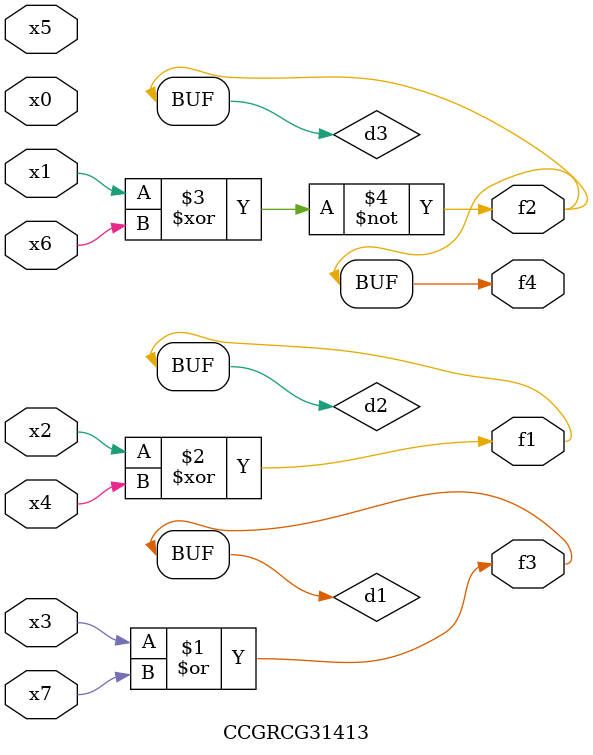
<source format=v>
module CCGRCG31413(
	input x0, x1, x2, x3, x4, x5, x6, x7,
	output f1, f2, f3, f4
);

	wire d1, d2, d3;

	or (d1, x3, x7);
	xor (d2, x2, x4);
	xnor (d3, x1, x6);
	assign f1 = d2;
	assign f2 = d3;
	assign f3 = d1;
	assign f4 = d3;
endmodule

</source>
